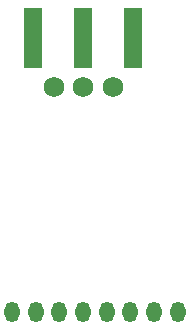
<source format=gbp>
G04 #@! TF.GenerationSoftware,KiCad,Pcbnew,(5.1.9-0-10_14)*
G04 #@! TF.CreationDate,2021-01-18T10:51:13+01:00*
G04 #@! TF.ProjectId,ithowifi,6974686f-7769-4666-992e-6b696361645f,rev?*
G04 #@! TF.SameCoordinates,Original*
G04 #@! TF.FileFunction,Paste,Bot*
G04 #@! TF.FilePolarity,Positive*
%FSLAX46Y46*%
G04 Gerber Fmt 4.6, Leading zero omitted, Abs format (unit mm)*
G04 Created by KiCad (PCBNEW (5.1.9-0-10_14)) date 2021-01-18 10:51:13*
%MOMM*%
%LPD*%
G01*
G04 APERTURE LIST*
%ADD10R,1.500000X5.080000*%
%ADD11C,1.750000*%
%ADD12O,1.300000X1.750000*%
G04 APERTURE END LIST*
D10*
X97248400Y-107848400D03*
X105748400Y-107848400D03*
X101498400Y-107848400D03*
D11*
X103989000Y-112039000D03*
X101489000Y-112039000D03*
X98989000Y-112039000D03*
D12*
X95489000Y-131039000D03*
X97489000Y-131039000D03*
X99489000Y-131039000D03*
X101489000Y-131039000D03*
X103489000Y-131039000D03*
X105489000Y-131039000D03*
X107489000Y-131039000D03*
X109489000Y-131039000D03*
M02*

</source>
